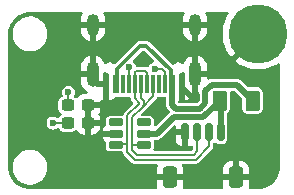
<source format=gbr>
%TF.GenerationSoftware,KiCad,Pcbnew,8.0.2*%
%TF.CreationDate,2025-12-10T20:50:01-08:00*%
%TF.ProjectId,Numpad_Daughterboard,4e756d70-6164-45f4-9461-756768746572,rev?*%
%TF.SameCoordinates,Original*%
%TF.FileFunction,Copper,L2,Bot*%
%TF.FilePolarity,Positive*%
%FSLAX46Y46*%
G04 Gerber Fmt 4.6, Leading zero omitted, Abs format (unit mm)*
G04 Created by KiCad (PCBNEW 8.0.2) date 2025-12-10 20:50:01*
%MOMM*%
%LPD*%
G01*
G04 APERTURE LIST*
G04 Aperture macros list*
%AMRoundRect*
0 Rectangle with rounded corners*
0 $1 Rounding radius*
0 $2 $3 $4 $5 $6 $7 $8 $9 X,Y pos of 4 corners*
0 Add a 4 corners polygon primitive as box body*
4,1,4,$2,$3,$4,$5,$6,$7,$8,$9,$2,$3,0*
0 Add four circle primitives for the rounded corners*
1,1,$1+$1,$2,$3*
1,1,$1+$1,$4,$5*
1,1,$1+$1,$6,$7*
1,1,$1+$1,$8,$9*
0 Add four rect primitives between the rounded corners*
20,1,$1+$1,$2,$3,$4,$5,0*
20,1,$1+$1,$4,$5,$6,$7,0*
20,1,$1+$1,$6,$7,$8,$9,0*
20,1,$1+$1,$8,$9,$2,$3,0*%
G04 Aperture macros list end*
%TA.AperFunction,SMDPad,CuDef*%
%ADD10RoundRect,0.237500X-0.300000X-0.237500X0.300000X-0.237500X0.300000X0.237500X-0.300000X0.237500X0*%
%TD*%
%TA.AperFunction,SMDPad,CuDef*%
%ADD11R,0.600000X1.640000*%
%TD*%
%TA.AperFunction,SMDPad,CuDef*%
%ADD12R,0.300000X1.640000*%
%TD*%
%TA.AperFunction,ComponentPad*%
%ADD13O,1.050000X2.150000*%
%TD*%
%TA.AperFunction,ComponentPad*%
%ADD14O,1.050000X1.850000*%
%TD*%
%TA.AperFunction,SMDPad,CuDef*%
%ADD15RoundRect,0.150000X-0.475000X-0.150000X0.475000X-0.150000X0.475000X0.150000X-0.475000X0.150000X0*%
%TD*%
%TA.AperFunction,SMDPad,CuDef*%
%ADD16RoundRect,0.150000X0.150000X0.625000X-0.150000X0.625000X-0.150000X-0.625000X0.150000X-0.625000X0*%
%TD*%
%TA.AperFunction,SMDPad,CuDef*%
%ADD17RoundRect,0.250000X0.350000X0.650000X-0.350000X0.650000X-0.350000X-0.650000X0.350000X-0.650000X0*%
%TD*%
%TA.AperFunction,SMDPad,CuDef*%
%ADD18RoundRect,0.250000X0.375000X0.625000X-0.375000X0.625000X-0.375000X-0.625000X0.375000X-0.625000X0*%
%TD*%
%TA.AperFunction,ComponentPad*%
%ADD19C,5.000000*%
%TD*%
%TA.AperFunction,ViaPad*%
%ADD20C,0.600000*%
%TD*%
%TA.AperFunction,Conductor*%
%ADD21C,0.500000*%
%TD*%
%TA.AperFunction,Conductor*%
%ADD22C,0.300000*%
%TD*%
%TA.AperFunction,Conductor*%
%ADD23C,0.400000*%
%TD*%
%TA.AperFunction,Conductor*%
%ADD24C,0.200000*%
%TD*%
G04 APERTURE END LIST*
D10*
%TO.P,R2,1*%
%TO.N,Net-(J1-CC2)*%
X5537500Y-9900000D03*
%TO.P,R2,2*%
%TO.N,GND*%
X7262500Y-9900000D03*
%TD*%
D11*
%TO.P,J1,A1,GND*%
%TO.N,GND*%
X8800000Y-6620000D03*
%TO.P,J1,A4,VBUS*%
%TO.N,VBUS*%
X9600000Y-6620000D03*
D12*
%TO.P,J1,A5,CC1*%
%TO.N,Net-(J1-CC1)*%
X10750000Y-6620000D03*
%TO.P,J1,A6,D+*%
%TO.N,D+*%
X11750000Y-6620000D03*
%TO.P,J1,A7,D-*%
%TO.N,D-*%
X12250000Y-6620000D03*
%TO.P,J1,A8,SBU1*%
%TO.N,unconnected-(J1-SBU1-PadA8)*%
X13250000Y-6620000D03*
D11*
%TO.P,J1,A9,VBUS*%
%TO.N,VBUS*%
X14400000Y-6620000D03*
%TO.P,J1,A12,GND*%
%TO.N,GND*%
X15200000Y-6620000D03*
%TO.P,J1,B1,GND*%
X15200000Y-6620000D03*
%TO.P,J1,B4,VBUS*%
%TO.N,VBUS*%
X14400000Y-6620000D03*
D12*
%TO.P,J1,B5,CC2*%
%TO.N,Net-(J1-CC2)*%
X13750000Y-6620000D03*
%TO.P,J1,B6,D+*%
%TO.N,D+*%
X12750000Y-6620000D03*
%TO.P,J1,B7,D-*%
%TO.N,D-*%
X11250000Y-6620000D03*
%TO.P,J1,B8,SBU2*%
%TO.N,unconnected-(J1-SBU2-PadB8)*%
X10250000Y-6620000D03*
D11*
%TO.P,J1,B9,VBUS*%
%TO.N,VBUS*%
X9600000Y-6620000D03*
%TO.P,J1,B12,GND*%
%TO.N,GND*%
X8800000Y-6620000D03*
D13*
%TO.P,J1,S1,SHIELD*%
X16320000Y-5750000D03*
D14*
X16320000Y-1600000D03*
D13*
X7680000Y-5750000D03*
D14*
X7680000Y-1600000D03*
%TD*%
D10*
%TO.P,R1,1*%
%TO.N,Net-(J1-CC1)*%
X5537500Y-8400000D03*
%TO.P,R1,2*%
%TO.N,GND*%
X7262500Y-8400000D03*
%TD*%
D15*
%TO.P,U1,1,IO1*%
%TO.N,D-*%
X9625000Y-11750000D03*
%TO.P,U1,2,VN*%
%TO.N,GND*%
X9625000Y-10800000D03*
%TO.P,U1,3,IO2*%
%TO.N,unconnected-(U1-IO2-Pad3)*%
X9625000Y-9850000D03*
%TO.P,U1,4,IO3*%
%TO.N,unconnected-(U1-IO3-Pad4)*%
X11975000Y-9850000D03*
%TO.P,U1,5,VP*%
%TO.N,+5V*%
X11975000Y-10800000D03*
%TO.P,U1,6,IO4*%
%TO.N,D+*%
X11975000Y-11750000D03*
%TD*%
D16*
%TO.P,J2,1,Pin_1*%
%TO.N,+5V*%
X18500000Y-10625000D03*
%TO.P,J2,2,Pin_2*%
%TO.N,D-*%
X17500000Y-10625000D03*
%TO.P,J2,3,Pin_3*%
%TO.N,D+*%
X16500000Y-10625000D03*
%TO.P,J2,4,Pin_4*%
%TO.N,GND*%
X15500000Y-10625000D03*
D17*
%TO.P,J2,MP,MountPin*%
X19800000Y-14500000D03*
X14200000Y-14500000D03*
%TD*%
D18*
%TO.P,F1,1*%
%TO.N,VBUS*%
X21200000Y-8000000D03*
%TO.P,F1,2*%
%TO.N,+5V*%
X18400000Y-8000000D03*
%TD*%
D19*
%TO.P,H1,1,1*%
%TO.N,GND*%
X21650038Y-2349952D03*
%TD*%
D20*
%TO.N,GND*%
X17000000Y-14500000D03*
X16200000Y-7900000D03*
X8500000Y-10800000D03*
X15500000Y-12000000D03*
X13300000Y-8600000D03*
X11850000Y-4480000D03*
%TO.N,Net-(J1-CC1)*%
X5600000Y-7300000D03*
X10764953Y-5196829D03*
%TO.N,Net-(J1-CC2)*%
X12943981Y-5301936D03*
X4300000Y-9900000D03*
%TD*%
D21*
%TO.N,VBUS*%
X17200000Y-8210050D02*
X16710050Y-8700000D01*
D22*
X14250000Y-5413604D02*
X12196396Y-3360000D01*
D21*
X21200000Y-8000000D02*
X19875000Y-6675000D01*
X16710050Y-8700000D02*
X14700000Y-8700000D01*
D22*
X11682542Y-3360000D02*
X10336271Y-4706271D01*
X12196396Y-3360000D02*
X11682542Y-3360000D01*
X10336271Y-4706271D02*
X9750000Y-5292543D01*
X14400000Y-6620000D02*
X14250000Y-6470000D01*
D21*
X19875000Y-6675000D02*
X17728122Y-6675000D01*
D22*
X9750000Y-5292543D02*
X9750000Y-6470000D01*
X14250000Y-6470000D02*
X14250000Y-5413604D01*
D21*
X14700000Y-8700000D02*
X14400000Y-8400000D01*
X17728122Y-6675000D02*
X17200000Y-7203122D01*
D22*
X9750000Y-6470000D02*
X9600000Y-6620000D01*
D21*
X14400000Y-8400000D02*
X14400000Y-6620000D01*
X17200000Y-7203122D02*
X17200000Y-8210050D01*
%TO.N,+5V*%
X14500000Y-9400000D02*
X17000000Y-9400000D01*
X18500000Y-8100000D02*
X18400000Y-8000000D01*
X18500000Y-10625000D02*
X18500000Y-8100000D01*
X11975000Y-10800000D02*
X13100000Y-10800000D01*
D23*
X18400000Y-8000000D02*
X18000000Y-8400000D01*
X18500000Y-8500000D02*
X18400000Y-8400000D01*
D21*
X13100000Y-10800000D02*
X14500000Y-9400000D01*
X17000000Y-9400000D02*
X18400000Y-8000000D01*
%TO.N,GND*%
X15200000Y-6900000D02*
X16200000Y-7900000D01*
X9625000Y-10800000D02*
X8500000Y-10800000D01*
D23*
X15500000Y-10625000D02*
X15500000Y-12000000D01*
D21*
X15200000Y-6620000D02*
X15200000Y-6900000D01*
D24*
%TO.N,Net-(J1-CC1)*%
X5600000Y-7300000D02*
X5600000Y-8337500D01*
X10750000Y-5211782D02*
X10764953Y-5196829D01*
X10750000Y-6620000D02*
X10750000Y-5211782D01*
X5600000Y-8337500D02*
X5537500Y-8400000D01*
%TO.N,D-*%
X12100000Y-5500000D02*
X12250000Y-5650000D01*
X10600000Y-11700000D02*
X10600000Y-9234314D01*
X11250000Y-5550000D02*
X11300000Y-5500000D01*
X11234314Y-13000000D02*
X10600000Y-12365686D01*
X11584315Y-8215685D02*
X11600000Y-8200000D01*
X11600000Y-8200000D02*
X11600000Y-8165686D01*
X10600000Y-11700000D02*
X9675000Y-11700000D01*
X11250000Y-7815686D02*
X11250000Y-6620000D01*
X12000000Y-13000000D02*
X11234314Y-13000000D01*
X9675000Y-11700000D02*
X9625000Y-11750000D01*
X11600000Y-8165686D02*
X11250000Y-7815686D01*
X11250000Y-6620000D02*
X11250000Y-5550000D01*
X12000000Y-13000000D02*
X16365686Y-13000000D01*
X12250000Y-5650000D02*
X12250000Y-6620000D01*
X11584315Y-8249999D02*
X11584315Y-8215685D01*
X10600000Y-12365686D02*
X10600000Y-11700000D01*
X17500000Y-11865686D02*
X17500000Y-10625000D01*
X10600000Y-9234314D02*
X11584315Y-8249999D01*
X16365686Y-13000000D02*
X17500000Y-11865686D01*
X11300000Y-5500000D02*
X12100000Y-5500000D01*
%TO.N,D+*%
X12000000Y-8400000D02*
X12000000Y-8000000D01*
X11000000Y-9400000D02*
X11800000Y-8600000D01*
X11800000Y-8600000D02*
X12000000Y-8400000D01*
X16200000Y-12600000D02*
X12800000Y-12600000D01*
X11000000Y-11700000D02*
X11050000Y-11750000D01*
X12000000Y-8000000D02*
X11750000Y-7750000D01*
X16500000Y-12300000D02*
X16200000Y-12600000D01*
X11000000Y-12200000D02*
X11000000Y-11700000D01*
X12750000Y-7650000D02*
X12750000Y-6620000D01*
X11750000Y-7750000D02*
X11750000Y-6620000D01*
X11050000Y-11750000D02*
X11975000Y-11750000D01*
X11800000Y-8600000D02*
X12750000Y-7650000D01*
X11400000Y-12600000D02*
X11000000Y-12200000D01*
X16500000Y-10625000D02*
X16500000Y-12300000D01*
X11000000Y-11700000D02*
X11000000Y-9400000D01*
X12800000Y-12600000D02*
X11400000Y-12600000D01*
%TO.N,Net-(J1-CC2)*%
X13750000Y-6620000D02*
X13750000Y-5550000D01*
X13750000Y-5550000D02*
X13501936Y-5301936D01*
X13501936Y-5301936D02*
X12943981Y-5301936D01*
X4300000Y-9900000D02*
X5537500Y-9900000D01*
%TD*%
%TA.AperFunction,Conductor*%
%TO.N,GND*%
G36*
X14619334Y-10090993D02*
G01*
X14675267Y-10132865D01*
X14699684Y-10198329D01*
X14700000Y-10207175D01*
X14700000Y-10375000D01*
X15626000Y-10375000D01*
X15693039Y-10394685D01*
X15738794Y-10447489D01*
X15750000Y-10499000D01*
X15750000Y-11897295D01*
X15750001Y-11897295D01*
X15752486Y-11897100D01*
X15910198Y-11851281D01*
X15962379Y-11820422D01*
X16030103Y-11803239D01*
X16096365Y-11825399D01*
X16140129Y-11879865D01*
X16149500Y-11927154D01*
X16149500Y-12103456D01*
X16129815Y-12170495D01*
X16113181Y-12191137D01*
X16091137Y-12213181D01*
X16029814Y-12246666D01*
X16003456Y-12249500D01*
X12923762Y-12249500D01*
X12856723Y-12229815D01*
X12810968Y-12177011D01*
X12801024Y-12107853D01*
X12813277Y-12069205D01*
X12835646Y-12025304D01*
X12835646Y-12025302D01*
X12835647Y-12025301D01*
X12850499Y-11931524D01*
X12850500Y-11931519D01*
X12850499Y-11568482D01*
X12835646Y-11474696D01*
X12835645Y-11474694D01*
X12832631Y-11465418D01*
X12835678Y-11464427D01*
X12825858Y-11412117D01*
X12852139Y-11347378D01*
X12897155Y-11315649D01*
X14700000Y-11315649D01*
X14702899Y-11352489D01*
X14702900Y-11352495D01*
X14748716Y-11510193D01*
X14748717Y-11510196D01*
X14832314Y-11651552D01*
X14832321Y-11651561D01*
X14948438Y-11767678D01*
X14948447Y-11767685D01*
X15089801Y-11851281D01*
X15247514Y-11897100D01*
X15247511Y-11897100D01*
X15249998Y-11897295D01*
X15250000Y-11897295D01*
X15250000Y-10875000D01*
X14700000Y-10875000D01*
X14700000Y-11315649D01*
X12897155Y-11315649D01*
X12909248Y-11307125D01*
X12949238Y-11300500D01*
X13165890Y-11300500D01*
X13165892Y-11300500D01*
X13293186Y-11266392D01*
X13407314Y-11200500D01*
X14488321Y-10119492D01*
X14549642Y-10086009D01*
X14619334Y-10090993D01*
G37*
%TD.AperFunction*%
%TA.AperFunction,Conductor*%
G36*
X13575326Y-7690500D02*
G01*
X13775500Y-7690500D01*
X13842539Y-7710185D01*
X13888294Y-7762989D01*
X13899500Y-7814500D01*
X13899500Y-8465891D01*
X13933608Y-8593187D01*
X13966410Y-8650000D01*
X13999500Y-8707314D01*
X13999502Y-8707316D01*
X14154504Y-8862318D01*
X14187989Y-8923641D01*
X14183005Y-8993333D01*
X14154504Y-9037680D01*
X13061674Y-10130511D01*
X13000351Y-10163996D01*
X12930659Y-10159012D01*
X12874726Y-10117140D01*
X12850309Y-10051676D01*
X12850376Y-10033096D01*
X12850498Y-10031529D01*
X12850500Y-10031519D01*
X12850499Y-9668482D01*
X12835646Y-9574696D01*
X12778050Y-9461658D01*
X12778046Y-9461654D01*
X12778045Y-9461652D01*
X12688347Y-9371954D01*
X12688344Y-9371952D01*
X12688342Y-9371950D01*
X12599499Y-9326682D01*
X12575301Y-9314352D01*
X12481524Y-9299500D01*
X12481519Y-9299500D01*
X11895543Y-9299500D01*
X11828504Y-9279815D01*
X11782749Y-9227011D01*
X11772805Y-9157853D01*
X11801830Y-9094297D01*
X11807862Y-9087819D01*
X11844948Y-9050734D01*
X12080470Y-8815212D01*
X13030470Y-7865212D01*
X13076614Y-7785288D01*
X13077385Y-7782409D01*
X13078700Y-7780251D01*
X13079726Y-7777776D01*
X13080111Y-7777935D01*
X13113748Y-7722749D01*
X13176594Y-7692218D01*
X13197161Y-7690500D01*
X13424674Y-7690500D01*
X13475811Y-7680328D01*
X13524189Y-7680328D01*
X13575326Y-7690500D01*
G37*
%TD.AperFunction*%
%TA.AperFunction,Conductor*%
G36*
X15369334Y-5548467D02*
G01*
X15425267Y-5590339D01*
X15449684Y-5655803D01*
X15450000Y-5664649D01*
X15450000Y-7940000D01*
X15547828Y-7940000D01*
X15547844Y-7939999D01*
X15607372Y-7933598D01*
X15607379Y-7933596D01*
X15742086Y-7883354D01*
X15742093Y-7883350D01*
X15857187Y-7797190D01*
X15857190Y-7797187D01*
X15943350Y-7682093D01*
X15943354Y-7682086D01*
X15993596Y-7547379D01*
X15993598Y-7547372D01*
X15999999Y-7487844D01*
X16000000Y-7487827D01*
X16000000Y-7411448D01*
X16019685Y-7344409D01*
X16045336Y-7315594D01*
X16070000Y-7295352D01*
X16070000Y-6409618D01*
X16120446Y-6460064D01*
X16194555Y-6502851D01*
X16277213Y-6525000D01*
X16362787Y-6525000D01*
X16445445Y-6502851D01*
X16519554Y-6460064D01*
X16570000Y-6409618D01*
X16570000Y-7295353D01*
X16577371Y-7301403D01*
X16620900Y-7305298D01*
X16676077Y-7348161D01*
X16699322Y-7414050D01*
X16699500Y-7420688D01*
X16699500Y-7951374D01*
X16679815Y-8018413D01*
X16663181Y-8039055D01*
X16539055Y-8163181D01*
X16477732Y-8196666D01*
X16451374Y-8199500D01*
X15024500Y-8199500D01*
X14957461Y-8179815D01*
X14911706Y-8127011D01*
X14900500Y-8075500D01*
X14900500Y-8040862D01*
X14920185Y-7973823D01*
X14936819Y-7953181D01*
X14950000Y-7940000D01*
X14950000Y-7475841D01*
X14950500Y-7465673D01*
X14950500Y-5823281D01*
X14970185Y-5756242D01*
X15022989Y-5710487D01*
X15042401Y-5703508D01*
X15074308Y-5694959D01*
X15183192Y-5632095D01*
X15238319Y-5576968D01*
X15299642Y-5543483D01*
X15369334Y-5548467D01*
G37*
%TD.AperFunction*%
%TA.AperFunction,Conductor*%
G36*
X12046180Y-3780185D02*
G01*
X12066822Y-3796819D01*
X12835456Y-4565453D01*
X12868941Y-4626776D01*
X12863957Y-4696468D01*
X12822085Y-4752401D01*
X12795227Y-4767695D01*
X12666359Y-4821073D01*
X12666356Y-4821074D01*
X12666356Y-4821075D01*
X12593867Y-4876698D01*
X12551360Y-4909315D01*
X12463118Y-5024314D01*
X12423428Y-5120136D01*
X12379587Y-5174540D01*
X12313293Y-5196605D01*
X12246867Y-5180071D01*
X12235290Y-5173387D01*
X12235289Y-5173386D01*
X12235288Y-5173386D01*
X12146144Y-5149500D01*
X12146143Y-5149500D01*
X11422256Y-5149500D01*
X11355217Y-5129815D01*
X11309462Y-5077011D01*
X11302481Y-5057592D01*
X11301282Y-5053117D01*
X11245815Y-4919206D01*
X11245814Y-4919205D01*
X11245814Y-4919204D01*
X11157574Y-4804208D01*
X11070096Y-4737083D01*
X11028896Y-4680658D01*
X11024741Y-4610912D01*
X11057902Y-4551031D01*
X11812115Y-3796819D01*
X11873438Y-3763334D01*
X11899796Y-3760500D01*
X11979141Y-3760500D01*
X12046180Y-3780185D01*
G37*
%TD.AperFunction*%
%TA.AperFunction,Conductor*%
G36*
X6749684Y-520185D02*
G01*
X6795439Y-572989D01*
X6805383Y-642147D01*
X6785746Y-693392D01*
X6771660Y-714471D01*
X6771652Y-714486D01*
X6694390Y-901016D01*
X6694387Y-901025D01*
X6655000Y-1099041D01*
X6655000Y-1350000D01*
X7355000Y-1350000D01*
X7355000Y-1850000D01*
X6655000Y-1850000D01*
X6655000Y-2100958D01*
X6694387Y-2298974D01*
X6694390Y-2298983D01*
X6771652Y-2485513D01*
X6771659Y-2485526D01*
X6883829Y-2653399D01*
X6883832Y-2653403D01*
X7026596Y-2796167D01*
X7026600Y-2796170D01*
X7194473Y-2908340D01*
X7194486Y-2908347D01*
X7381016Y-2985609D01*
X7381025Y-2985612D01*
X7430000Y-2995353D01*
X7430000Y-2209618D01*
X7480446Y-2260064D01*
X7554555Y-2302851D01*
X7637213Y-2325000D01*
X7722787Y-2325000D01*
X7805445Y-2302851D01*
X7879554Y-2260064D01*
X7930000Y-2209618D01*
X7930000Y-2995352D01*
X7978974Y-2985612D01*
X7978983Y-2985609D01*
X8165513Y-2908347D01*
X8165526Y-2908340D01*
X8333399Y-2796170D01*
X8333403Y-2796167D01*
X8476167Y-2653403D01*
X8476170Y-2653399D01*
X8588340Y-2485526D01*
X8588347Y-2485513D01*
X8665609Y-2298983D01*
X8665612Y-2298974D01*
X8704999Y-2100958D01*
X8705000Y-2100955D01*
X8705000Y-1850000D01*
X8005000Y-1850000D01*
X8005000Y-1350000D01*
X8705000Y-1350000D01*
X8705000Y-1099045D01*
X8704999Y-1099041D01*
X8665612Y-901025D01*
X8665609Y-901016D01*
X8588347Y-714486D01*
X8588339Y-714471D01*
X8574254Y-693392D01*
X8553375Y-626715D01*
X8571859Y-559334D01*
X8623837Y-512644D01*
X8677355Y-500500D01*
X15322645Y-500500D01*
X15389684Y-520185D01*
X15435439Y-572989D01*
X15445383Y-642147D01*
X15425746Y-693392D01*
X15411660Y-714471D01*
X15411652Y-714486D01*
X15334390Y-901016D01*
X15334387Y-901025D01*
X15295000Y-1099041D01*
X15295000Y-1350000D01*
X15995000Y-1350000D01*
X15995000Y-1850000D01*
X15295000Y-1850000D01*
X15295000Y-2100958D01*
X15334387Y-2298974D01*
X15334390Y-2298983D01*
X15411652Y-2485513D01*
X15411659Y-2485526D01*
X15523829Y-2653399D01*
X15523832Y-2653403D01*
X15666596Y-2796167D01*
X15666600Y-2796170D01*
X15834473Y-2908340D01*
X15834486Y-2908347D01*
X16021016Y-2985609D01*
X16021025Y-2985612D01*
X16070000Y-2995353D01*
X16070000Y-2209618D01*
X16120446Y-2260064D01*
X16194555Y-2302851D01*
X16277213Y-2325000D01*
X16362787Y-2325000D01*
X16445445Y-2302851D01*
X16519554Y-2260064D01*
X16570000Y-2209618D01*
X16570000Y-2995352D01*
X16618974Y-2985612D01*
X16618983Y-2985609D01*
X16805513Y-2908347D01*
X16805526Y-2908340D01*
X16973399Y-2796170D01*
X16973403Y-2796167D01*
X17116167Y-2653403D01*
X17116170Y-2653399D01*
X17228340Y-2485526D01*
X17228347Y-2485513D01*
X17305609Y-2298983D01*
X17305612Y-2298974D01*
X17344999Y-2100958D01*
X17345000Y-2100955D01*
X17345000Y-1850000D01*
X16645000Y-1850000D01*
X16645000Y-1350000D01*
X17345000Y-1350000D01*
X17345000Y-1099045D01*
X17344999Y-1099041D01*
X17305612Y-901025D01*
X17305609Y-901016D01*
X17228347Y-714486D01*
X17228339Y-714471D01*
X17214254Y-693392D01*
X17193375Y-626715D01*
X17211859Y-559334D01*
X17263837Y-512644D01*
X17317355Y-500500D01*
X19039925Y-500500D01*
X19106964Y-520185D01*
X19152719Y-572989D01*
X19162663Y-642147D01*
X19140753Y-695244D01*
X19141312Y-695612D01*
X19139405Y-698511D01*
X19139393Y-698541D01*
X19139330Y-698624D01*
X19139328Y-698627D01*
X18964599Y-1001268D01*
X18964593Y-1001281D01*
X18826183Y-1322151D01*
X18725954Y-1656940D01*
X18725952Y-1656949D01*
X18665274Y-2001071D01*
X18665273Y-2001082D01*
X18644954Y-2349948D01*
X18644954Y-2349955D01*
X18665273Y-2698821D01*
X18665274Y-2698832D01*
X18725952Y-3042954D01*
X18725954Y-3042963D01*
X18826183Y-3377752D01*
X18964593Y-3698622D01*
X18964599Y-3698635D01*
X19139327Y-4001274D01*
X19348005Y-4281577D01*
X19356186Y-4290248D01*
X20606357Y-3040076D01*
X20696592Y-3164272D01*
X20835718Y-3303398D01*
X20959910Y-3393630D01*
X19712856Y-4640685D01*
X19712857Y-4640686D01*
X19855522Y-4760397D01*
X20147499Y-4952432D01*
X20459777Y-5109266D01*
X20459783Y-5109268D01*
X20788168Y-5228790D01*
X20788171Y-5228791D01*
X21128209Y-5309381D01*
X21475314Y-5349951D01*
X21475315Y-5349952D01*
X21824761Y-5349952D01*
X21824761Y-5349951D01*
X22171865Y-5309381D01*
X22171867Y-5309381D01*
X22511904Y-5228791D01*
X22511907Y-5228790D01*
X22840292Y-5109268D01*
X22840298Y-5109266D01*
X23152576Y-4952432D01*
X23307361Y-4850630D01*
X23374189Y-4830238D01*
X23441432Y-4849212D01*
X23487743Y-4901530D01*
X23499500Y-4954231D01*
X23499500Y-13645885D01*
X23499235Y-13653995D01*
X23484208Y-13883261D01*
X23482090Y-13899343D01*
X23438063Y-14120678D01*
X23433865Y-14136344D01*
X23361325Y-14350040D01*
X23355118Y-14365026D01*
X23255302Y-14567431D01*
X23247192Y-14581477D01*
X23121813Y-14769121D01*
X23111939Y-14781990D01*
X22963139Y-14951662D01*
X22951670Y-14963131D01*
X22781998Y-15111930D01*
X22769129Y-15121804D01*
X22581485Y-15247183D01*
X22567439Y-15255293D01*
X22365033Y-15355109D01*
X22350047Y-15361316D01*
X22136351Y-15433856D01*
X22120684Y-15438054D01*
X21899350Y-15482080D01*
X21883269Y-15484197D01*
X21653959Y-15499227D01*
X21645849Y-15499493D01*
X21575955Y-15499493D01*
X21575849Y-15499500D01*
X20996011Y-15499500D01*
X20928972Y-15479815D01*
X20883217Y-15427011D01*
X20873273Y-15357853D01*
X20878305Y-15336495D01*
X20889505Y-15302694D01*
X20889506Y-15302690D01*
X20899999Y-15199986D01*
X20900000Y-15199973D01*
X20900000Y-14750000D01*
X18700001Y-14750000D01*
X18700001Y-15199986D01*
X18710494Y-15302697D01*
X18721694Y-15336496D01*
X18724096Y-15406324D01*
X18688364Y-15466366D01*
X18625844Y-15497559D01*
X18603988Y-15499500D01*
X15396011Y-15499500D01*
X15328972Y-15479815D01*
X15283217Y-15427011D01*
X15273273Y-15357853D01*
X15278305Y-15336495D01*
X15289505Y-15302694D01*
X15289506Y-15302690D01*
X15299999Y-15199986D01*
X15300000Y-15199973D01*
X15300000Y-14750000D01*
X13100001Y-14750000D01*
X13100001Y-15199986D01*
X13110494Y-15302697D01*
X13121694Y-15336496D01*
X13124096Y-15406324D01*
X13088364Y-15466366D01*
X13025844Y-15497559D01*
X13003988Y-15499500D01*
X2354089Y-15499500D01*
X2346024Y-15499237D01*
X2320280Y-15497559D01*
X2118036Y-15484376D01*
X2102044Y-15482283D01*
X1881867Y-15438737D01*
X1866281Y-15434585D01*
X1653626Y-15362831D01*
X1638710Y-15356691D01*
X1437159Y-15257936D01*
X1423176Y-15249917D01*
X1236149Y-15125834D01*
X1223322Y-15116065D01*
X1053994Y-14968765D01*
X1042538Y-14957410D01*
X893751Y-14789364D01*
X883867Y-14776617D01*
X758160Y-14590691D01*
X750014Y-14576769D01*
X649508Y-14376105D01*
X643237Y-14361244D01*
X569623Y-14149218D01*
X565335Y-14133670D01*
X536850Y-13995983D01*
X519863Y-13913877D01*
X517631Y-13897905D01*
X517147Y-13891365D01*
X500838Y-13670852D01*
X500500Y-13661706D01*
X500500Y-13533718D01*
X872500Y-13533718D01*
X872500Y-13766282D01*
X877845Y-13800028D01*
X908881Y-13995983D01*
X908881Y-13995986D01*
X980745Y-14217160D01*
X980747Y-14217163D01*
X1086328Y-14424379D01*
X1223026Y-14612527D01*
X1387473Y-14776974D01*
X1575621Y-14913672D01*
X1683748Y-14968765D01*
X1782839Y-15019254D01*
X2004014Y-15091118D01*
X2004015Y-15091118D01*
X2004018Y-15091119D01*
X2233718Y-15127500D01*
X2233719Y-15127500D01*
X2466281Y-15127500D01*
X2466282Y-15127500D01*
X2695982Y-15091119D01*
X2695985Y-15091118D01*
X2695986Y-15091118D01*
X2917160Y-15019254D01*
X2917160Y-15019253D01*
X2917163Y-15019253D01*
X3124379Y-14913672D01*
X3312527Y-14776974D01*
X3476974Y-14612527D01*
X3613672Y-14424379D01*
X3719253Y-14217163D01*
X3741330Y-14149218D01*
X3791118Y-13995986D01*
X3791118Y-13995985D01*
X3791119Y-13995982D01*
X3827500Y-13766282D01*
X3827500Y-13533718D01*
X3791119Y-13304018D01*
X3791118Y-13304014D01*
X3791118Y-13304013D01*
X3719254Y-13082839D01*
X3613671Y-12875620D01*
X3476974Y-12687473D01*
X3312527Y-12523026D01*
X3124379Y-12386328D01*
X3098196Y-12372987D01*
X2917160Y-12280745D01*
X2695985Y-12208881D01*
X2494763Y-12177011D01*
X2466282Y-12172500D01*
X2233718Y-12172500D01*
X2205237Y-12177011D01*
X2004016Y-12208881D01*
X2004013Y-12208881D01*
X1782839Y-12280745D01*
X1575620Y-12386328D01*
X1508232Y-12435289D01*
X1387473Y-12523026D01*
X1387471Y-12523028D01*
X1387470Y-12523028D01*
X1223028Y-12687470D01*
X1223028Y-12687471D01*
X1223026Y-12687473D01*
X1164319Y-12768275D01*
X1086328Y-12875620D01*
X980745Y-13082839D01*
X908881Y-13304013D01*
X908881Y-13304016D01*
X894622Y-13394043D01*
X872500Y-13533718D01*
X500500Y-13533718D01*
X500500Y-9900000D01*
X3744750Y-9900000D01*
X3762065Y-10031521D01*
X3763670Y-10043708D01*
X3763671Y-10043712D01*
X3819137Y-10177622D01*
X3819138Y-10177624D01*
X3819139Y-10177625D01*
X3907379Y-10292621D01*
X4022375Y-10380861D01*
X4022376Y-10380861D01*
X4022377Y-10380862D01*
X4067013Y-10399350D01*
X4156291Y-10436330D01*
X4283280Y-10453048D01*
X4299999Y-10455250D01*
X4300000Y-10455250D01*
X4300001Y-10455250D01*
X4314977Y-10453278D01*
X4443709Y-10436330D01*
X4577625Y-10380861D01*
X4625724Y-10343952D01*
X4690890Y-10318759D01*
X4759335Y-10332797D01*
X4800475Y-10368018D01*
X4851614Y-10436330D01*
X4888884Y-10486116D01*
X5001222Y-10570212D01*
X5075816Y-10598034D01*
X5132700Y-10619251D01*
X5190809Y-10625499D01*
X5190826Y-10625500D01*
X5884174Y-10625500D01*
X5884190Y-10625499D01*
X5942299Y-10619251D01*
X6073778Y-10570212D01*
X6100778Y-10550000D01*
X6162945Y-10503462D01*
X6228409Y-10479044D01*
X6296682Y-10493895D01*
X6342794Y-10537630D01*
X6380054Y-10598037D01*
X6501961Y-10719944D01*
X6501965Y-10719947D01*
X6648688Y-10810448D01*
X6648699Y-10810453D01*
X6812347Y-10864680D01*
X6913351Y-10874999D01*
X7512500Y-10874999D01*
X7611640Y-10874999D01*
X7611654Y-10874998D01*
X7712652Y-10864680D01*
X7876300Y-10810453D01*
X7876311Y-10810448D01*
X8023034Y-10719947D01*
X8023038Y-10719944D01*
X8144944Y-10598038D01*
X8144947Y-10598034D01*
X8235448Y-10451311D01*
X8235453Y-10451300D01*
X8289680Y-10287652D01*
X8299999Y-10186654D01*
X8300000Y-10186641D01*
X8300000Y-10150000D01*
X7512500Y-10150000D01*
X7512500Y-10874999D01*
X6913351Y-10874999D01*
X7012500Y-10874998D01*
X7012500Y-9650000D01*
X7512500Y-9650000D01*
X8299999Y-9650000D01*
X8299999Y-9613360D01*
X8299998Y-9613345D01*
X8289680Y-9512347D01*
X8235453Y-9348699D01*
X8235450Y-9348692D01*
X8153047Y-9215098D01*
X8134606Y-9147705D01*
X8153047Y-9084902D01*
X8235450Y-8951307D01*
X8235453Y-8951300D01*
X8289680Y-8787652D01*
X8299999Y-8686654D01*
X8300000Y-8686641D01*
X8300000Y-8650000D01*
X7512500Y-8650000D01*
X7512500Y-9650000D01*
X7012500Y-9650000D01*
X7012500Y-8274000D01*
X7032185Y-8206961D01*
X7084989Y-8161206D01*
X7136500Y-8150000D01*
X8299999Y-8150000D01*
X8299999Y-8113360D01*
X8299998Y-8113350D01*
X8295956Y-8073786D01*
X8308725Y-8005093D01*
X8356604Y-7954208D01*
X8424394Y-7937286D01*
X8432571Y-7937893D01*
X8452158Y-7939999D01*
X8452172Y-7940000D01*
X8550000Y-7940000D01*
X8550000Y-6870000D01*
X8081000Y-6870000D01*
X8013961Y-6850315D01*
X7968206Y-6797511D01*
X7957000Y-6746000D01*
X7957000Y-6494000D01*
X7976685Y-6426961D01*
X8029489Y-6381206D01*
X8081000Y-6370000D01*
X8550000Y-6370000D01*
X8550000Y-5664649D01*
X8569685Y-5597610D01*
X8622489Y-5551855D01*
X8691647Y-5541911D01*
X8755203Y-5570936D01*
X8761681Y-5576968D01*
X8816808Y-5632095D01*
X8816809Y-5632096D01*
X8816811Y-5632097D01*
X8871250Y-5663527D01*
X8925692Y-5694959D01*
X8957593Y-5703507D01*
X9017253Y-5739870D01*
X9047783Y-5802717D01*
X9049500Y-5823281D01*
X9049500Y-7465673D01*
X9050000Y-7475841D01*
X9050000Y-7940000D01*
X9147828Y-7940000D01*
X9147844Y-7939999D01*
X9207372Y-7933598D01*
X9207379Y-7933596D01*
X9342086Y-7883354D01*
X9342093Y-7883350D01*
X9457185Y-7797191D01*
X9457190Y-7797186D01*
X9499859Y-7740189D01*
X9555793Y-7698318D01*
X9599126Y-7690500D01*
X9924674Y-7690500D01*
X9975811Y-7680328D01*
X10024189Y-7680328D01*
X10075326Y-7690500D01*
X10424674Y-7690500D01*
X10475811Y-7680328D01*
X10524189Y-7680328D01*
X10575326Y-7690500D01*
X10775500Y-7690500D01*
X10842539Y-7710185D01*
X10888294Y-7762989D01*
X10899500Y-7814500D01*
X10899500Y-7861830D01*
X10914961Y-7919531D01*
X10914961Y-7919532D01*
X10923384Y-7950970D01*
X10923385Y-7950972D01*
X10969527Y-8030894D01*
X10969531Y-8030899D01*
X11050951Y-8112319D01*
X11084436Y-8173642D01*
X11079452Y-8243334D01*
X11050951Y-8287681D01*
X10319532Y-9019099D01*
X10319526Y-9019108D01*
X10277048Y-9092678D01*
X10277049Y-9092679D01*
X10273386Y-9099023D01*
X10273385Y-9099026D01*
X10249500Y-9188169D01*
X10249037Y-9191689D01*
X10247821Y-9194437D01*
X10247397Y-9196020D01*
X10247150Y-9195953D01*
X10220768Y-9255585D01*
X10162442Y-9294054D01*
X10126098Y-9299500D01*
X9118482Y-9299500D01*
X9037519Y-9312323D01*
X9024696Y-9314354D01*
X8911658Y-9371950D01*
X8911657Y-9371951D01*
X8911652Y-9371954D01*
X8821954Y-9461652D01*
X8821951Y-9461657D01*
X8821950Y-9461658D01*
X8802751Y-9499337D01*
X8764352Y-9574698D01*
X8749500Y-9668475D01*
X8749500Y-10031522D01*
X8753254Y-10055224D01*
X8744296Y-10124517D01*
X8718462Y-10162298D01*
X8632318Y-10248442D01*
X8632314Y-10248447D01*
X8548718Y-10389801D01*
X8502899Y-10547513D01*
X8502704Y-10549998D01*
X8502705Y-10550000D01*
X9751000Y-10550000D01*
X9818039Y-10569685D01*
X9863794Y-10622489D01*
X9875000Y-10674000D01*
X9875000Y-10926000D01*
X9855315Y-10993039D01*
X9802511Y-11038794D01*
X9751000Y-11050000D01*
X8502705Y-11050000D01*
X8502704Y-11050001D01*
X8502899Y-11052486D01*
X8548718Y-11210198D01*
X8632314Y-11351552D01*
X8632321Y-11351561D01*
X8718460Y-11437700D01*
X8751945Y-11499023D01*
X8753253Y-11544773D01*
X8749500Y-11568475D01*
X8749500Y-11931517D01*
X8760292Y-11999657D01*
X8764354Y-12025304D01*
X8821950Y-12138342D01*
X8821952Y-12138344D01*
X8821954Y-12138347D01*
X8911652Y-12228045D01*
X8911654Y-12228046D01*
X8911658Y-12228050D01*
X9015081Y-12280747D01*
X9024698Y-12285647D01*
X9118475Y-12300499D01*
X9118481Y-12300500D01*
X10126097Y-12300499D01*
X10193136Y-12320183D01*
X10238891Y-12372987D01*
X10249035Y-12408303D01*
X10249499Y-12411826D01*
X10255785Y-12435283D01*
X10255786Y-12435289D01*
X10273384Y-12500971D01*
X10273385Y-12500972D01*
X10319527Y-12580894D01*
X10319529Y-12580897D01*
X10319530Y-12580898D01*
X11019101Y-13280469D01*
X11059880Y-13304013D01*
X11059889Y-13304018D01*
X11059890Y-13304019D01*
X11099020Y-13326611D01*
X11099021Y-13326611D01*
X11099026Y-13326614D01*
X11188170Y-13350500D01*
X11188172Y-13350500D01*
X13055113Y-13350500D01*
X13122152Y-13370185D01*
X13167907Y-13422989D01*
X13177851Y-13492147D01*
X13167496Y-13526904D01*
X13165641Y-13530881D01*
X13110494Y-13697302D01*
X13110493Y-13697309D01*
X13100000Y-13800013D01*
X13100000Y-14250000D01*
X15299999Y-14250000D01*
X15299999Y-13800028D01*
X15299998Y-13800013D01*
X18700000Y-13800013D01*
X18700000Y-14250000D01*
X19550000Y-14250000D01*
X20050000Y-14250000D01*
X20899999Y-14250000D01*
X20899999Y-13800028D01*
X20899998Y-13800013D01*
X20889505Y-13697302D01*
X20834358Y-13530880D01*
X20834356Y-13530875D01*
X20742315Y-13381654D01*
X20618345Y-13257684D01*
X20469124Y-13165643D01*
X20469119Y-13165641D01*
X20302697Y-13110494D01*
X20302690Y-13110493D01*
X20199986Y-13100000D01*
X20050000Y-13100000D01*
X20050000Y-14250000D01*
X19550000Y-14250000D01*
X19550000Y-13100000D01*
X19400027Y-13100000D01*
X19400012Y-13100001D01*
X19297302Y-13110494D01*
X19130880Y-13165641D01*
X19130875Y-13165643D01*
X18981654Y-13257684D01*
X18857684Y-13381654D01*
X18765643Y-13530875D01*
X18765641Y-13530880D01*
X18710494Y-13697302D01*
X18710493Y-13697309D01*
X18700000Y-13800013D01*
X15299998Y-13800013D01*
X15289505Y-13697302D01*
X15234358Y-13530881D01*
X15232504Y-13526904D01*
X15222013Y-13457826D01*
X15250533Y-13394043D01*
X15309010Y-13355804D01*
X15344887Y-13350500D01*
X16411828Y-13350500D01*
X16411830Y-13350500D01*
X16500974Y-13326614D01*
X16580898Y-13280470D01*
X17780469Y-12080898D01*
X17826614Y-12000974D01*
X17845224Y-11931519D01*
X17850500Y-11911830D01*
X17850500Y-11667254D01*
X17870185Y-11600215D01*
X17886817Y-11579574D01*
X17888339Y-11578051D01*
X17888342Y-11578050D01*
X17912320Y-11554071D01*
X17973639Y-11520588D01*
X18043330Y-11525571D01*
X18087680Y-11554073D01*
X18111652Y-11578045D01*
X18111654Y-11578046D01*
X18111658Y-11578050D01*
X18224694Y-11635645D01*
X18224698Y-11635647D01*
X18318475Y-11650499D01*
X18318481Y-11650500D01*
X18681518Y-11650499D01*
X18775304Y-11635646D01*
X18888342Y-11578050D01*
X18978050Y-11488342D01*
X19035646Y-11375304D01*
X19035646Y-11375302D01*
X19035647Y-11375301D01*
X19050499Y-11281524D01*
X19050500Y-11281519D01*
X19050499Y-9968482D01*
X19035646Y-9874696D01*
X19035645Y-9874694D01*
X19035645Y-9874692D01*
X19014015Y-9832241D01*
X19000500Y-9775947D01*
X19000500Y-9143464D01*
X19020185Y-9076425D01*
X19050187Y-9044199D01*
X19132546Y-8982546D01*
X19218796Y-8867331D01*
X19269091Y-8732483D01*
X19275500Y-8672873D01*
X19275499Y-7327128D01*
X19273954Y-7312752D01*
X19286361Y-7243993D01*
X19333973Y-7192857D01*
X19397244Y-7175500D01*
X19616324Y-7175500D01*
X19683363Y-7195185D01*
X19704005Y-7211819D01*
X20288181Y-7795995D01*
X20321666Y-7857318D01*
X20324500Y-7883676D01*
X20324500Y-8672870D01*
X20324501Y-8672876D01*
X20330908Y-8732483D01*
X20381202Y-8867328D01*
X20381206Y-8867335D01*
X20467452Y-8982544D01*
X20467455Y-8982547D01*
X20582664Y-9068793D01*
X20582671Y-9068797D01*
X20717517Y-9119091D01*
X20717516Y-9119091D01*
X20724444Y-9119835D01*
X20777127Y-9125500D01*
X21622872Y-9125499D01*
X21682483Y-9119091D01*
X21817331Y-9068796D01*
X21932546Y-8982546D01*
X22018796Y-8867331D01*
X22069091Y-8732483D01*
X22075500Y-8672873D01*
X22075499Y-7327128D01*
X22069091Y-7267517D01*
X22027606Y-7156291D01*
X22018797Y-7132671D01*
X22018793Y-7132664D01*
X21932547Y-7017455D01*
X21932544Y-7017452D01*
X21817335Y-6931206D01*
X21817328Y-6931202D01*
X21682482Y-6880908D01*
X21682483Y-6880908D01*
X21622883Y-6874501D01*
X21622881Y-6874500D01*
X21622873Y-6874500D01*
X21622865Y-6874500D01*
X20833676Y-6874500D01*
X20766637Y-6854815D01*
X20745995Y-6838181D01*
X20182316Y-6274502D01*
X20182314Y-6274500D01*
X20100650Y-6227351D01*
X20068187Y-6208608D01*
X20004539Y-6191554D01*
X19940892Y-6174500D01*
X17794014Y-6174500D01*
X17662229Y-6174500D01*
X17534936Y-6208608D01*
X17534935Y-6208608D01*
X17534933Y-6208609D01*
X17534932Y-6208609D01*
X17530994Y-6210883D01*
X17463093Y-6227351D01*
X17397067Y-6204495D01*
X17353880Y-6149572D01*
X17345000Y-6103492D01*
X17345000Y-6000000D01*
X16645000Y-6000000D01*
X16645000Y-5500000D01*
X17345000Y-5500000D01*
X17345000Y-5099045D01*
X17344999Y-5099041D01*
X17305612Y-4901025D01*
X17305609Y-4901016D01*
X17228347Y-4714486D01*
X17228340Y-4714473D01*
X17116170Y-4546600D01*
X17116167Y-4546596D01*
X16973403Y-4403832D01*
X16973399Y-4403829D01*
X16805526Y-4291659D01*
X16805513Y-4291652D01*
X16618984Y-4214390D01*
X16618977Y-4214388D01*
X16570000Y-4204645D01*
X16570000Y-5090382D01*
X16519554Y-5039936D01*
X16445445Y-4997149D01*
X16362787Y-4975000D01*
X16277213Y-4975000D01*
X16194555Y-4997149D01*
X16120446Y-5039936D01*
X16070000Y-5090382D01*
X16070000Y-4204646D01*
X16069999Y-4204645D01*
X16021022Y-4214388D01*
X16021015Y-4214390D01*
X15834486Y-4291652D01*
X15834473Y-4291659D01*
X15666600Y-4403829D01*
X15666596Y-4403832D01*
X15523832Y-4546596D01*
X15523829Y-4546600D01*
X15411659Y-4714473D01*
X15411652Y-4714486D01*
X15370173Y-4814628D01*
X15326332Y-4869032D01*
X15260038Y-4891097D01*
X15192339Y-4873818D01*
X15185980Y-4869514D01*
X15074310Y-4805042D01*
X15074309Y-4805041D01*
X15043947Y-4796905D01*
X14952864Y-4772500D01*
X14827136Y-4772500D01*
X14754269Y-4792024D01*
X14705690Y-4805041D01*
X14705689Y-4805042D01*
X14596811Y-4867902D01*
X14521431Y-4943282D01*
X14460107Y-4976766D01*
X14390416Y-4971781D01*
X14346069Y-4943281D01*
X13404062Y-4001274D01*
X12442309Y-3039520D01*
X12382684Y-3005095D01*
X12350985Y-2986793D01*
X12300053Y-2973146D01*
X12249123Y-2959500D01*
X12249122Y-2959500D01*
X11742881Y-2959500D01*
X11742865Y-2959499D01*
X11735269Y-2959499D01*
X11629815Y-2959499D01*
X11561908Y-2977695D01*
X11527954Y-2986793D01*
X11436626Y-3039522D01*
X11362060Y-3114089D01*
X10072917Y-4403231D01*
X9593399Y-4882749D01*
X9532076Y-4916234D01*
X9462384Y-4911250D01*
X9418039Y-4882751D01*
X9403194Y-4867907D01*
X9403188Y-4867902D01*
X9294310Y-4805042D01*
X9294309Y-4805041D01*
X9263947Y-4796905D01*
X9172864Y-4772500D01*
X9047136Y-4772500D01*
X8974269Y-4792024D01*
X8925690Y-4805041D01*
X8925689Y-4805042D01*
X8809770Y-4871968D01*
X8808587Y-4869919D01*
X8754684Y-4890748D01*
X8686242Y-4876698D01*
X8636260Y-4827876D01*
X8629825Y-4814628D01*
X8588342Y-4714477D01*
X8588340Y-4714473D01*
X8476170Y-4546600D01*
X8476167Y-4546596D01*
X8333403Y-4403832D01*
X8333399Y-4403829D01*
X8165526Y-4291659D01*
X8165513Y-4291652D01*
X7978984Y-4214390D01*
X7978977Y-4214388D01*
X7930000Y-4204645D01*
X7930000Y-5090382D01*
X7879554Y-5039936D01*
X7805445Y-4997149D01*
X7722787Y-4975000D01*
X7637213Y-4975000D01*
X7554555Y-4997149D01*
X7480446Y-5039936D01*
X7430000Y-5090382D01*
X7430000Y-4204646D01*
X7429999Y-4204645D01*
X7381022Y-4214388D01*
X7381015Y-4214390D01*
X7194486Y-4291652D01*
X7194473Y-4291659D01*
X7026600Y-4403829D01*
X7026596Y-4403832D01*
X6883832Y-4546596D01*
X6883829Y-4546600D01*
X6771659Y-4714473D01*
X6771652Y-4714486D01*
X6694390Y-4901016D01*
X6694387Y-4901025D01*
X6655000Y-5099041D01*
X6655000Y-5500000D01*
X7355000Y-5500000D01*
X7355000Y-6000000D01*
X6655000Y-6000000D01*
X6655000Y-6400958D01*
X6694387Y-6598974D01*
X6694390Y-6598983D01*
X6771652Y-6785513D01*
X6771659Y-6785526D01*
X6883829Y-6953399D01*
X6883832Y-6953403D01*
X7026596Y-7096167D01*
X7026600Y-7096170D01*
X7178846Y-7197898D01*
X7223651Y-7251510D01*
X7232358Y-7320835D01*
X7202204Y-7383863D01*
X7142761Y-7420582D01*
X7109956Y-7425000D01*
X6913361Y-7425000D01*
X6913344Y-7425001D01*
X6812347Y-7435319D01*
X6648699Y-7489546D01*
X6648688Y-7489551D01*
X6501965Y-7580052D01*
X6501961Y-7580055D01*
X6380054Y-7701962D01*
X6342794Y-7762370D01*
X6290845Y-7809094D01*
X6221883Y-7820315D01*
X6162945Y-7796538D01*
X6104571Y-7752839D01*
X6062700Y-7696906D01*
X6057716Y-7627214D01*
X6077317Y-7584964D01*
X6076797Y-7584664D01*
X6080153Y-7578850D01*
X6080510Y-7578082D01*
X6080861Y-7577625D01*
X6136330Y-7443709D01*
X6155250Y-7300000D01*
X6136330Y-7156291D01*
X6080861Y-7022375D01*
X5992621Y-6907379D01*
X5877625Y-6819139D01*
X5877624Y-6819138D01*
X5877622Y-6819137D01*
X5743712Y-6763671D01*
X5743710Y-6763670D01*
X5743709Y-6763670D01*
X5609495Y-6746000D01*
X5600001Y-6744750D01*
X5599999Y-6744750D01*
X5456291Y-6763670D01*
X5456287Y-6763671D01*
X5322377Y-6819137D01*
X5207379Y-6907379D01*
X5119137Y-7022377D01*
X5063671Y-7156287D01*
X5063670Y-7156291D01*
X5049027Y-7267517D01*
X5044750Y-7300000D01*
X5062565Y-7435319D01*
X5063670Y-7443708D01*
X5063671Y-7443712D01*
X5108775Y-7552605D01*
X5116244Y-7622075D01*
X5084968Y-7684554D01*
X5037550Y-7716238D01*
X5001220Y-7729788D01*
X4888884Y-7813884D01*
X4804789Y-7926219D01*
X4755748Y-8057700D01*
X4749500Y-8115809D01*
X4749500Y-8684190D01*
X4755748Y-8742299D01*
X4782944Y-8815212D01*
X4802383Y-8867331D01*
X4804789Y-8873780D01*
X4888884Y-8986116D01*
X4975202Y-9050734D01*
X5017072Y-9106668D01*
X5022056Y-9176359D01*
X4988570Y-9237682D01*
X4975202Y-9249266D01*
X4888884Y-9313884D01*
X4800475Y-9431982D01*
X4744541Y-9473852D01*
X4674849Y-9478836D01*
X4625724Y-9456047D01*
X4577625Y-9419139D01*
X4577624Y-9419138D01*
X4577622Y-9419137D01*
X4443712Y-9363671D01*
X4443710Y-9363670D01*
X4443709Y-9363670D01*
X4371854Y-9354210D01*
X4300001Y-9344750D01*
X4299999Y-9344750D01*
X4156291Y-9363670D01*
X4156287Y-9363671D01*
X4022377Y-9419137D01*
X3907379Y-9507379D01*
X3819137Y-9622377D01*
X3763671Y-9756287D01*
X3763670Y-9756291D01*
X3744750Y-9900000D01*
X500500Y-9900000D01*
X500500Y-2354023D01*
X500766Y-2345901D01*
X503846Y-2298983D01*
X508130Y-2233718D01*
X872500Y-2233718D01*
X872500Y-2466281D01*
X908881Y-2695983D01*
X908881Y-2695986D01*
X980745Y-2917160D01*
X1044840Y-3042954D01*
X1086328Y-3124379D01*
X1223026Y-3312527D01*
X1387473Y-3476974D01*
X1575621Y-3613672D01*
X1742346Y-3698622D01*
X1782839Y-3719254D01*
X2004014Y-3791118D01*
X2004015Y-3791118D01*
X2004018Y-3791119D01*
X2233718Y-3827500D01*
X2233719Y-3827500D01*
X2466281Y-3827500D01*
X2466282Y-3827500D01*
X2695982Y-3791119D01*
X2695985Y-3791118D01*
X2695986Y-3791118D01*
X2917160Y-3719254D01*
X2917160Y-3719253D01*
X2917163Y-3719253D01*
X3124379Y-3613672D01*
X3312527Y-3476974D01*
X3476974Y-3312527D01*
X3613672Y-3124379D01*
X3719253Y-2917163D01*
X3719254Y-2917160D01*
X3791118Y-2695986D01*
X3791118Y-2695985D01*
X3791119Y-2695982D01*
X3827500Y-2466282D01*
X3827500Y-2233718D01*
X3791119Y-2004018D01*
X3791118Y-2004014D01*
X3791118Y-2004013D01*
X3719254Y-1782839D01*
X3655110Y-1656949D01*
X3613672Y-1575621D01*
X3476974Y-1387473D01*
X3312527Y-1223026D01*
X3124379Y-1086328D01*
X3041617Y-1044159D01*
X2917160Y-980745D01*
X2695985Y-908881D01*
X2482066Y-875000D01*
X2466282Y-872500D01*
X2233718Y-872500D01*
X2160517Y-884094D01*
X2004016Y-908881D01*
X2004013Y-908881D01*
X1782839Y-980745D01*
X1575620Y-1086328D01*
X1468275Y-1164319D01*
X1387473Y-1223026D01*
X1387471Y-1223028D01*
X1387470Y-1223028D01*
X1223028Y-1387470D01*
X1223028Y-1387471D01*
X1223026Y-1387473D01*
X1201461Y-1417155D01*
X1086328Y-1575620D01*
X980745Y-1782839D01*
X908881Y-2004013D01*
X908881Y-2004016D01*
X872500Y-2233718D01*
X508130Y-2233718D01*
X515839Y-2116281D01*
X517959Y-2100205D01*
X562125Y-1878521D01*
X566330Y-1862854D01*
X639097Y-1648848D01*
X645314Y-1633865D01*
X745435Y-1431204D01*
X753554Y-1417167D01*
X879301Y-1229346D01*
X889202Y-1216470D01*
X1038424Y-1046697D01*
X1049909Y-1035240D01*
X1220055Y-886423D01*
X1232937Y-876568D01*
X1421063Y-751282D01*
X1435132Y-743189D01*
X1638043Y-643560D01*
X1653033Y-637384D01*
X1867204Y-565144D01*
X1882897Y-560972D01*
X2104684Y-517348D01*
X2120775Y-515267D01*
X2350435Y-500754D01*
X2358503Y-500508D01*
X2420365Y-500659D01*
X2420367Y-500658D01*
X2426866Y-500674D01*
X2429571Y-500500D01*
X6682645Y-500500D01*
X6749684Y-520185D01*
G37*
%TD.AperFunction*%
%TD*%
M02*

</source>
